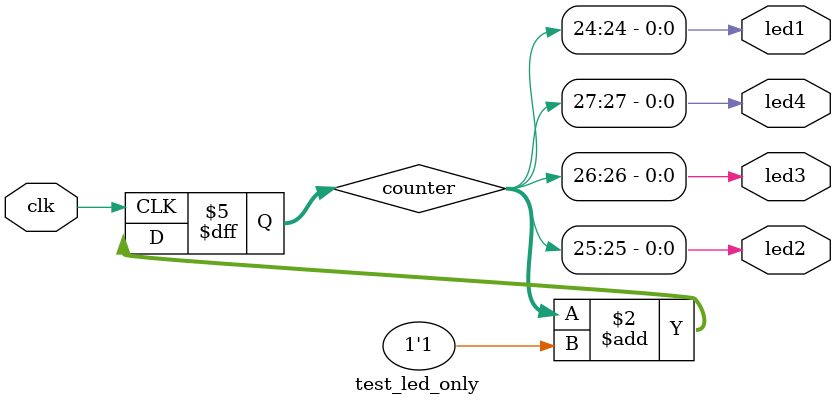
<source format=v>
module test_led_only(
    input           clk,        // E1引脚
    output reg      led1,       // N15
    output reg      led2,       // N14
    output reg      led3,       // M14
    output reg      led4        // M12
);

// 直接使用计数器，不依赖时钟
reg [27:0] counter = 28'd0;

always @(posedge clk) begin
    counter <= counter + 1'b1;
end

// 直接连接到LED
always @(*) begin
    led1 = counter[24];  // 应该闪烁
    led2 = counter[25];  // 慢一倍
    led3 = counter[26];  // 更慢
    led4 = counter[27];  // 最慢
end

endmodule
</source>
